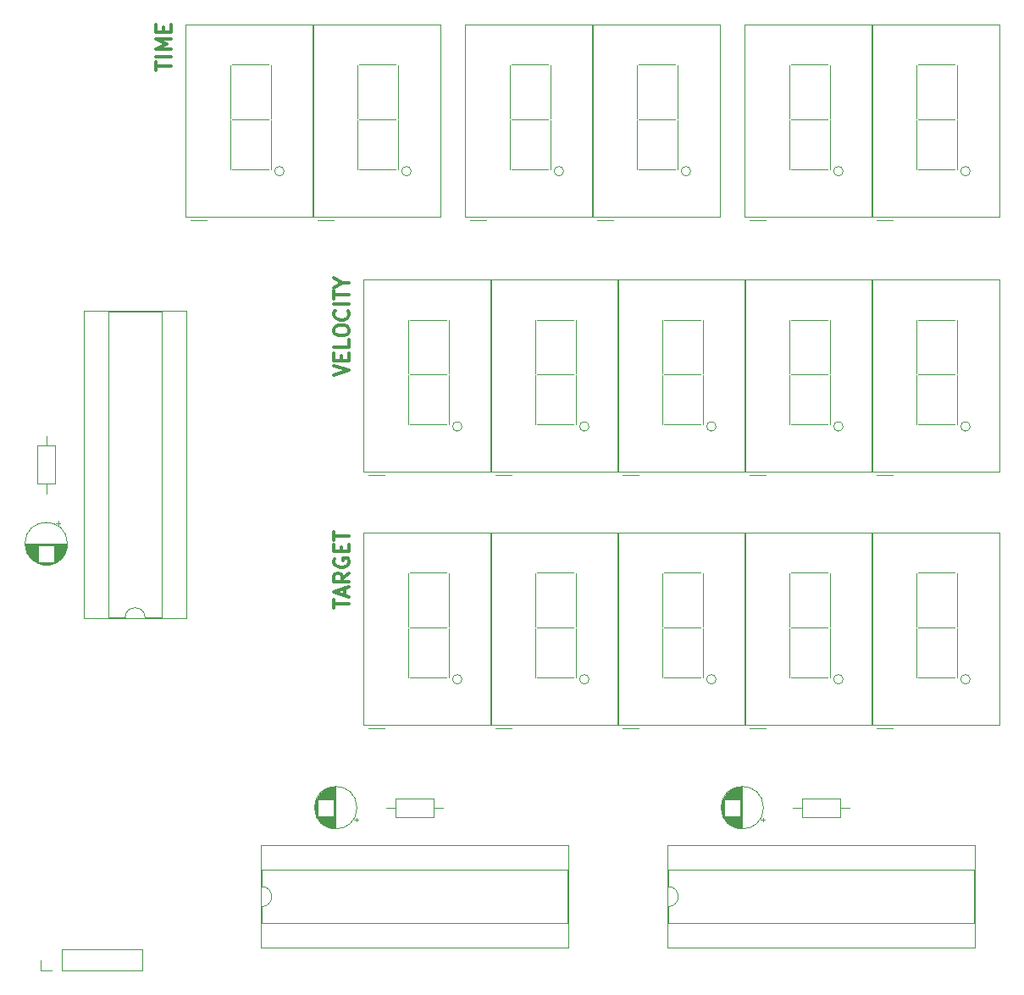
<source format=gto>
%TF.GenerationSoftware,KiCad,Pcbnew,7.0.8*%
%TF.CreationDate,2023-10-10T01:09:48-07:00*%
%TF.ProjectId,htpm_control_numericals,6874706d-5f63-46f6-9e74-726f6c5f6e75,1*%
%TF.SameCoordinates,Original*%
%TF.FileFunction,Legend,Top*%
%TF.FilePolarity,Positive*%
%FSLAX46Y46*%
G04 Gerber Fmt 4.6, Leading zero omitted, Abs format (unit mm)*
G04 Created by KiCad (PCBNEW 7.0.8) date 2023-10-10 01:09:48*
%MOMM*%
%LPD*%
G01*
G04 APERTURE LIST*
%ADD10C,0.300000*%
%ADD11C,0.120000*%
G04 APERTURE END LIST*
D10*
X126570828Y-101963081D02*
X126570828Y-101105939D01*
X128070828Y-101534510D02*
X126570828Y-101534510D01*
X127642257Y-100677367D02*
X127642257Y-99963082D01*
X128070828Y-100820224D02*
X126570828Y-100320224D01*
X126570828Y-100320224D02*
X128070828Y-99820224D01*
X128070828Y-98463082D02*
X127356542Y-98963082D01*
X128070828Y-99320225D02*
X126570828Y-99320225D01*
X126570828Y-99320225D02*
X126570828Y-98748796D01*
X126570828Y-98748796D02*
X126642257Y-98605939D01*
X126642257Y-98605939D02*
X126713685Y-98534510D01*
X126713685Y-98534510D02*
X126856542Y-98463082D01*
X126856542Y-98463082D02*
X127070828Y-98463082D01*
X127070828Y-98463082D02*
X127213685Y-98534510D01*
X127213685Y-98534510D02*
X127285114Y-98605939D01*
X127285114Y-98605939D02*
X127356542Y-98748796D01*
X127356542Y-98748796D02*
X127356542Y-99320225D01*
X126642257Y-97034510D02*
X126570828Y-97177368D01*
X126570828Y-97177368D02*
X126570828Y-97391653D01*
X126570828Y-97391653D02*
X126642257Y-97605939D01*
X126642257Y-97605939D02*
X126785114Y-97748796D01*
X126785114Y-97748796D02*
X126927971Y-97820225D01*
X126927971Y-97820225D02*
X127213685Y-97891653D01*
X127213685Y-97891653D02*
X127427971Y-97891653D01*
X127427971Y-97891653D02*
X127713685Y-97820225D01*
X127713685Y-97820225D02*
X127856542Y-97748796D01*
X127856542Y-97748796D02*
X127999400Y-97605939D01*
X127999400Y-97605939D02*
X128070828Y-97391653D01*
X128070828Y-97391653D02*
X128070828Y-97248796D01*
X128070828Y-97248796D02*
X127999400Y-97034510D01*
X127999400Y-97034510D02*
X127927971Y-96963082D01*
X127927971Y-96963082D02*
X127427971Y-96963082D01*
X127427971Y-96963082D02*
X127427971Y-97248796D01*
X127285114Y-96320225D02*
X127285114Y-95820225D01*
X128070828Y-95605939D02*
X128070828Y-96320225D01*
X128070828Y-96320225D02*
X126570828Y-96320225D01*
X126570828Y-96320225D02*
X126570828Y-95605939D01*
X126570828Y-95177367D02*
X126570828Y-94320225D01*
X128070828Y-94748796D02*
X126570828Y-94748796D01*
X126570828Y-78705939D02*
X128070828Y-78205939D01*
X128070828Y-78205939D02*
X126570828Y-77705939D01*
X127285114Y-77205940D02*
X127285114Y-76705940D01*
X128070828Y-76491654D02*
X128070828Y-77205940D01*
X128070828Y-77205940D02*
X126570828Y-77205940D01*
X126570828Y-77205940D02*
X126570828Y-76491654D01*
X128070828Y-75134511D02*
X128070828Y-75848797D01*
X128070828Y-75848797D02*
X126570828Y-75848797D01*
X126570828Y-74348796D02*
X126570828Y-74063082D01*
X126570828Y-74063082D02*
X126642257Y-73920225D01*
X126642257Y-73920225D02*
X126785114Y-73777368D01*
X126785114Y-73777368D02*
X127070828Y-73705939D01*
X127070828Y-73705939D02*
X127570828Y-73705939D01*
X127570828Y-73705939D02*
X127856542Y-73777368D01*
X127856542Y-73777368D02*
X127999400Y-73920225D01*
X127999400Y-73920225D02*
X128070828Y-74063082D01*
X128070828Y-74063082D02*
X128070828Y-74348796D01*
X128070828Y-74348796D02*
X127999400Y-74491654D01*
X127999400Y-74491654D02*
X127856542Y-74634511D01*
X127856542Y-74634511D02*
X127570828Y-74705939D01*
X127570828Y-74705939D02*
X127070828Y-74705939D01*
X127070828Y-74705939D02*
X126785114Y-74634511D01*
X126785114Y-74634511D02*
X126642257Y-74491654D01*
X126642257Y-74491654D02*
X126570828Y-74348796D01*
X127927971Y-72205939D02*
X127999400Y-72277367D01*
X127999400Y-72277367D02*
X128070828Y-72491653D01*
X128070828Y-72491653D02*
X128070828Y-72634510D01*
X128070828Y-72634510D02*
X127999400Y-72848796D01*
X127999400Y-72848796D02*
X127856542Y-72991653D01*
X127856542Y-72991653D02*
X127713685Y-73063082D01*
X127713685Y-73063082D02*
X127427971Y-73134510D01*
X127427971Y-73134510D02*
X127213685Y-73134510D01*
X127213685Y-73134510D02*
X126927971Y-73063082D01*
X126927971Y-73063082D02*
X126785114Y-72991653D01*
X126785114Y-72991653D02*
X126642257Y-72848796D01*
X126642257Y-72848796D02*
X126570828Y-72634510D01*
X126570828Y-72634510D02*
X126570828Y-72491653D01*
X126570828Y-72491653D02*
X126642257Y-72277367D01*
X126642257Y-72277367D02*
X126713685Y-72205939D01*
X128070828Y-71563082D02*
X126570828Y-71563082D01*
X126570828Y-71063081D02*
X126570828Y-70205939D01*
X128070828Y-70634510D02*
X126570828Y-70634510D01*
X127356542Y-69420224D02*
X128070828Y-69420224D01*
X126570828Y-69920224D02*
X127356542Y-69420224D01*
X127356542Y-69420224D02*
X126570828Y-68920224D01*
X108790828Y-48163082D02*
X108790828Y-47305940D01*
X110290828Y-47734511D02*
X108790828Y-47734511D01*
X110290828Y-46805940D02*
X108790828Y-46805940D01*
X110290828Y-46091654D02*
X108790828Y-46091654D01*
X108790828Y-46091654D02*
X109862257Y-45591654D01*
X109862257Y-45591654D02*
X108790828Y-45091654D01*
X108790828Y-45091654D02*
X110290828Y-45091654D01*
X109505114Y-44377368D02*
X109505114Y-43877368D01*
X110290828Y-43663082D02*
X110290828Y-44377368D01*
X110290828Y-44377368D02*
X108790828Y-44377368D01*
X108790828Y-44377368D02*
X108790828Y-43663082D01*
D11*
%TO.C,U12*%
X180810000Y-88700000D02*
X182420000Y-88700000D01*
X180330000Y-88350000D02*
X193050000Y-88350000D01*
X184947200Y-83616200D02*
X188630200Y-83616200D01*
X184769400Y-78714000D02*
X184769400Y-83616200D01*
X188808000Y-78714000D02*
X188808000Y-83616200D01*
X184947200Y-78612400D02*
X188630200Y-78612400D01*
X184769400Y-73176800D02*
X184769400Y-78536200D01*
X188808000Y-73176800D02*
X188808000Y-78536200D01*
X184947200Y-73151400D02*
X188630200Y-73151400D01*
X180330000Y-69130000D02*
X180330000Y-88350000D01*
X180330000Y-69130000D02*
X193050000Y-69130000D01*
X193050000Y-69130000D02*
X193050000Y-88350000D01*
X190152467Y-83802467D02*
G75*
G03*
X190152467Y-83802467I-472467J0D01*
G01*
%TO.C,U14*%
X180810000Y-113977500D02*
X182420000Y-113977500D01*
X180330000Y-113627500D02*
X193050000Y-113627500D01*
X184947200Y-108893700D02*
X188630200Y-108893700D01*
X184769400Y-103991500D02*
X184769400Y-108893700D01*
X188808000Y-103991500D02*
X188808000Y-108893700D01*
X184947200Y-103889900D02*
X188630200Y-103889900D01*
X184769400Y-98454300D02*
X184769400Y-103813700D01*
X188808000Y-98454300D02*
X188808000Y-103813700D01*
X184947200Y-98428900D02*
X188630200Y-98428900D01*
X180330000Y-94407500D02*
X180330000Y-113627500D01*
X180330000Y-94407500D02*
X193050000Y-94407500D01*
X193050000Y-94407500D02*
X193050000Y-113627500D01*
X190152467Y-109079967D02*
G75*
G03*
X190152467Y-109079967I-472467J0D01*
G01*
%TO.C,U16*%
X155410000Y-113977500D02*
X157020000Y-113977500D01*
X154930000Y-113627500D02*
X167650000Y-113627500D01*
X159547200Y-108893700D02*
X163230200Y-108893700D01*
X159369400Y-103991500D02*
X159369400Y-108893700D01*
X163408000Y-103991500D02*
X163408000Y-108893700D01*
X159547200Y-103889900D02*
X163230200Y-103889900D01*
X159369400Y-98454300D02*
X159369400Y-103813700D01*
X163408000Y-98454300D02*
X163408000Y-103813700D01*
X159547200Y-98428900D02*
X163230200Y-98428900D01*
X154930000Y-94407500D02*
X154930000Y-113627500D01*
X154930000Y-94407500D02*
X167650000Y-94407500D01*
X167650000Y-94407500D02*
X167650000Y-113627500D01*
X164752467Y-109079967D02*
G75*
G03*
X164752467Y-109079967I-472467J0D01*
G01*
%TO.C,U11*%
X168110000Y-88700000D02*
X169720000Y-88700000D01*
X167630000Y-88350000D02*
X180350000Y-88350000D01*
X172247200Y-83616200D02*
X175930200Y-83616200D01*
X172069400Y-78714000D02*
X172069400Y-83616200D01*
X176108000Y-78714000D02*
X176108000Y-83616200D01*
X172247200Y-78612400D02*
X175930200Y-78612400D01*
X172069400Y-73176800D02*
X172069400Y-78536200D01*
X176108000Y-73176800D02*
X176108000Y-78536200D01*
X172247200Y-73151400D02*
X175930200Y-73151400D01*
X167630000Y-69130000D02*
X167630000Y-88350000D01*
X167630000Y-69130000D02*
X180350000Y-69130000D01*
X180350000Y-69130000D02*
X180350000Y-88350000D01*
X177452467Y-83802467D02*
G75*
G03*
X177452467Y-83802467I-472467J0D01*
G01*
%TO.C,U17*%
X142710000Y-113977500D02*
X144320000Y-113977500D01*
X142230000Y-113627500D02*
X154950000Y-113627500D01*
X146847200Y-108893700D02*
X150530200Y-108893700D01*
X146669400Y-103991500D02*
X146669400Y-108893700D01*
X150708000Y-103991500D02*
X150708000Y-108893700D01*
X146847200Y-103889900D02*
X150530200Y-103889900D01*
X146669400Y-98454300D02*
X146669400Y-103813700D01*
X150708000Y-98454300D02*
X150708000Y-103813700D01*
X146847200Y-98428900D02*
X150530200Y-98428900D01*
X142230000Y-94407500D02*
X142230000Y-113627500D01*
X142230000Y-94407500D02*
X154950000Y-94407500D01*
X154950000Y-94407500D02*
X154950000Y-113627500D01*
X152052467Y-109079967D02*
G75*
G03*
X152052467Y-109079967I-472467J0D01*
G01*
%TO.C,R2*%
X131750000Y-121920000D02*
X132700000Y-121920000D01*
X132700000Y-121000000D02*
X132700000Y-122840000D01*
X132700000Y-122840000D02*
X136540000Y-122840000D01*
X136540000Y-121000000D02*
X132700000Y-121000000D01*
X136540000Y-122840000D02*
X136540000Y-121000000D01*
X137490000Y-121920000D02*
X136540000Y-121920000D01*
%TO.C,R3*%
X172390000Y-121920000D02*
X173340000Y-121920000D01*
X173340000Y-121000000D02*
X173340000Y-122840000D01*
X173340000Y-122840000D02*
X177180000Y-122840000D01*
X177180000Y-121000000D02*
X173340000Y-121000000D01*
X177180000Y-122840000D02*
X177180000Y-121000000D01*
X178130000Y-121920000D02*
X177180000Y-121920000D01*
%TO.C,U13*%
X119260000Y-135950000D02*
X149980000Y-135950000D01*
X149980000Y-135950000D02*
X149980000Y-125670000D01*
X119320000Y-133460000D02*
X149920000Y-133460000D01*
X149920000Y-133460000D02*
X149920000Y-128160000D01*
X119320000Y-131810000D02*
X119320000Y-133460000D01*
X119320000Y-128160000D02*
X119320000Y-129810000D01*
X149920000Y-128160000D02*
X119320000Y-128160000D01*
X119260000Y-125670000D02*
X119260000Y-135950000D01*
X149980000Y-125670000D02*
X119260000Y-125670000D01*
X119320000Y-131810000D02*
G75*
G03*
X119320000Y-129810000I0J1000000D01*
G01*
%TO.C,U1*%
X107680000Y-102930000D02*
G75*
G03*
X105680000Y-102930000I-1000000J0D01*
G01*
X101540000Y-72270000D02*
X101540000Y-102990000D01*
X101540000Y-102990000D02*
X111820000Y-102990000D01*
X104030000Y-72330000D02*
X104030000Y-102930000D01*
X104030000Y-102930000D02*
X105680000Y-102930000D01*
X107680000Y-102930000D02*
X109330000Y-102930000D01*
X109330000Y-72330000D02*
X104030000Y-72330000D01*
X109330000Y-102930000D02*
X109330000Y-72330000D01*
X111820000Y-72270000D02*
X101540000Y-72270000D01*
X111820000Y-102990000D02*
X111820000Y-72270000D01*
%TO.C,R1*%
X97790000Y-84760000D02*
X97790000Y-85710000D01*
X98710000Y-85710000D02*
X96870000Y-85710000D01*
X96870000Y-85710000D02*
X96870000Y-89550000D01*
X98710000Y-89550000D02*
X98710000Y-85710000D01*
X96870000Y-89550000D02*
X98710000Y-89550000D01*
X97790000Y-90500000D02*
X97790000Y-89550000D01*
%TO.C,U5*%
X152870000Y-63177500D02*
X154480000Y-63177500D01*
X152390000Y-62827500D02*
X165110000Y-62827500D01*
X157007200Y-58093700D02*
X160690200Y-58093700D01*
X156829400Y-53191500D02*
X156829400Y-58093700D01*
X160868000Y-53191500D02*
X160868000Y-58093700D01*
X157007200Y-53089900D02*
X160690200Y-53089900D01*
X156829400Y-47654300D02*
X156829400Y-53013700D01*
X160868000Y-47654300D02*
X160868000Y-53013700D01*
X157007200Y-47628900D02*
X160690200Y-47628900D01*
X152390000Y-43607500D02*
X152390000Y-62827500D01*
X152390000Y-43607500D02*
X165110000Y-43607500D01*
X165110000Y-43607500D02*
X165110000Y-62827500D01*
X162212467Y-58279967D02*
G75*
G03*
X162212467Y-58279967I-472467J0D01*
G01*
%TO.C,U19*%
X130010000Y-113977500D02*
X131620000Y-113977500D01*
X129530000Y-113627500D02*
X142250000Y-113627500D01*
X134147200Y-108893700D02*
X137830200Y-108893700D01*
X133969400Y-103991500D02*
X133969400Y-108893700D01*
X138008000Y-103991500D02*
X138008000Y-108893700D01*
X134147200Y-103889900D02*
X137830200Y-103889900D01*
X133969400Y-98454300D02*
X133969400Y-103813700D01*
X138008000Y-98454300D02*
X138008000Y-103813700D01*
X134147200Y-98428900D02*
X137830200Y-98428900D01*
X129530000Y-94407500D02*
X129530000Y-113627500D01*
X129530000Y-94407500D02*
X142250000Y-94407500D01*
X142250000Y-94407500D02*
X142250000Y-113627500D01*
X139352467Y-109079967D02*
G75*
G03*
X139352467Y-109079967I-472467J0D01*
G01*
%TO.C,U18*%
X159900000Y-135950000D02*
X190620000Y-135950000D01*
X190620000Y-135950000D02*
X190620000Y-125670000D01*
X159960000Y-133460000D02*
X190560000Y-133460000D01*
X190560000Y-133460000D02*
X190560000Y-128160000D01*
X159960000Y-131810000D02*
X159960000Y-133460000D01*
X159960000Y-128160000D02*
X159960000Y-129810000D01*
X190560000Y-128160000D02*
X159960000Y-128160000D01*
X159900000Y-125670000D02*
X159900000Y-135950000D01*
X190620000Y-125670000D02*
X159900000Y-125670000D01*
X159960000Y-131810000D02*
G75*
G03*
X159960000Y-129810000I0J1000000D01*
G01*
%TO.C,U15*%
X168110000Y-113977500D02*
X169720000Y-113977500D01*
X167630000Y-113627500D02*
X180350000Y-113627500D01*
X172247200Y-108893700D02*
X175930200Y-108893700D01*
X172069400Y-103991500D02*
X172069400Y-108893700D01*
X176108000Y-103991500D02*
X176108000Y-108893700D01*
X172247200Y-103889900D02*
X175930200Y-103889900D01*
X172069400Y-98454300D02*
X172069400Y-103813700D01*
X176108000Y-98454300D02*
X176108000Y-103813700D01*
X172247200Y-98428900D02*
X175930200Y-98428900D01*
X167630000Y-94407500D02*
X167630000Y-113627500D01*
X167630000Y-94407500D02*
X180350000Y-94407500D01*
X180350000Y-94407500D02*
X180350000Y-113627500D01*
X177452467Y-109079967D02*
G75*
G03*
X177452467Y-109079967I-472467J0D01*
G01*
%TO.C,U9*%
X142710000Y-88700000D02*
X144320000Y-88700000D01*
X142230000Y-88350000D02*
X154950000Y-88350000D01*
X146847200Y-83616200D02*
X150530200Y-83616200D01*
X146669400Y-78714000D02*
X146669400Y-83616200D01*
X150708000Y-78714000D02*
X150708000Y-83616200D01*
X146847200Y-78612400D02*
X150530200Y-78612400D01*
X146669400Y-73176800D02*
X146669400Y-78536200D01*
X150708000Y-73176800D02*
X150708000Y-78536200D01*
X146847200Y-73151400D02*
X150530200Y-73151400D01*
X142230000Y-69130000D02*
X142230000Y-88350000D01*
X142230000Y-69130000D02*
X154950000Y-69130000D01*
X154950000Y-69130000D02*
X154950000Y-88350000D01*
X152052467Y-83802467D02*
G75*
G03*
X152052467Y-83802467I-472467J0D01*
G01*
%TO.C,U6*%
X168110000Y-63177500D02*
X169720000Y-63177500D01*
X167630000Y-62827500D02*
X180350000Y-62827500D01*
X172247200Y-58093700D02*
X175930200Y-58093700D01*
X172069400Y-53191500D02*
X172069400Y-58093700D01*
X176108000Y-53191500D02*
X176108000Y-58093700D01*
X172247200Y-53089900D02*
X175930200Y-53089900D01*
X172069400Y-47654300D02*
X172069400Y-53013700D01*
X176108000Y-47654300D02*
X176108000Y-53013700D01*
X172247200Y-47628900D02*
X175930200Y-47628900D01*
X167630000Y-43607500D02*
X167630000Y-62827500D01*
X167630000Y-43607500D02*
X180350000Y-43607500D01*
X180350000Y-43607500D02*
X180350000Y-62827500D01*
X177452467Y-58279967D02*
G75*
G03*
X177452467Y-58279967I-472467J0D01*
G01*
%TO.C,U8*%
X130010000Y-88700000D02*
X131620000Y-88700000D01*
X129530000Y-88350000D02*
X142250000Y-88350000D01*
X134147200Y-83616200D02*
X137830200Y-83616200D01*
X133969400Y-78714000D02*
X133969400Y-83616200D01*
X138008000Y-78714000D02*
X138008000Y-83616200D01*
X134147200Y-78612400D02*
X137830200Y-78612400D01*
X133969400Y-73176800D02*
X133969400Y-78536200D01*
X138008000Y-73176800D02*
X138008000Y-78536200D01*
X134147200Y-73151400D02*
X137830200Y-73151400D01*
X129530000Y-69130000D02*
X129530000Y-88350000D01*
X129530000Y-69130000D02*
X142250000Y-69130000D01*
X142250000Y-69130000D02*
X142250000Y-88350000D01*
X139352467Y-83802467D02*
G75*
G03*
X139352467Y-83802467I-472467J0D01*
G01*
%TO.C,J1*%
X97270000Y-138220000D02*
X97270000Y-137160000D01*
X98330000Y-138220000D02*
X97270000Y-138220000D01*
X99330000Y-138220000D02*
X107390000Y-138220000D01*
X99330000Y-138220000D02*
X99330000Y-136100000D01*
X107390000Y-138220000D02*
X107390000Y-136100000D01*
X99330000Y-136100000D02*
X107390000Y-136100000D01*
%TO.C,U10*%
X155410000Y-88700000D02*
X157020000Y-88700000D01*
X154930000Y-88350000D02*
X167650000Y-88350000D01*
X159547200Y-83616200D02*
X163230200Y-83616200D01*
X159369400Y-78714000D02*
X159369400Y-83616200D01*
X163408000Y-78714000D02*
X163408000Y-83616200D01*
X159547200Y-78612400D02*
X163230200Y-78612400D01*
X159369400Y-73176800D02*
X159369400Y-78536200D01*
X163408000Y-73176800D02*
X163408000Y-78536200D01*
X159547200Y-73151400D02*
X163230200Y-73151400D01*
X154930000Y-69130000D02*
X154930000Y-88350000D01*
X154930000Y-69130000D02*
X167650000Y-69130000D01*
X167650000Y-69130000D02*
X167650000Y-88350000D01*
X164752467Y-83802467D02*
G75*
G03*
X164752467Y-83802467I-472467J0D01*
G01*
%TO.C,U2*%
X112230000Y-63177500D02*
X113840000Y-63177500D01*
X111750000Y-62827500D02*
X124470000Y-62827500D01*
X116367200Y-58093700D02*
X120050200Y-58093700D01*
X116189400Y-53191500D02*
X116189400Y-58093700D01*
X120228000Y-53191500D02*
X120228000Y-58093700D01*
X116367200Y-53089900D02*
X120050200Y-53089900D01*
X116189400Y-47654300D02*
X116189400Y-53013700D01*
X120228000Y-47654300D02*
X120228000Y-53013700D01*
X116367200Y-47628900D02*
X120050200Y-47628900D01*
X111750000Y-43607500D02*
X111750000Y-62827500D01*
X111750000Y-43607500D02*
X124470000Y-43607500D01*
X124470000Y-43607500D02*
X124470000Y-62827500D01*
X121572467Y-58279967D02*
G75*
G03*
X121572467Y-58279967I-472467J0D01*
G01*
%TO.C,U4*%
X140170000Y-63177500D02*
X141780000Y-63177500D01*
X139690000Y-62827500D02*
X152410000Y-62827500D01*
X144307200Y-58093700D02*
X147990200Y-58093700D01*
X144129400Y-53191500D02*
X144129400Y-58093700D01*
X148168000Y-53191500D02*
X148168000Y-58093700D01*
X144307200Y-53089900D02*
X147990200Y-53089900D01*
X144129400Y-47654300D02*
X144129400Y-53013700D01*
X148168000Y-47654300D02*
X148168000Y-53013700D01*
X144307200Y-47628900D02*
X147990200Y-47628900D01*
X139690000Y-43607500D02*
X139690000Y-62827500D01*
X139690000Y-43607500D02*
X152410000Y-43607500D01*
X152410000Y-43607500D02*
X152410000Y-62827500D01*
X149512467Y-58279967D02*
G75*
G03*
X149512467Y-58279967I-472467J0D01*
G01*
%TO.C,C2*%
X128999801Y-123115000D02*
X128599801Y-123115000D01*
X128799801Y-123315000D02*
X128799801Y-122915000D01*
X126730000Y-124000000D02*
X126730000Y-119840000D01*
X126690000Y-124000000D02*
X126690000Y-119840000D01*
X126650000Y-123999000D02*
X126650000Y-119841000D01*
X126610000Y-123997000D02*
X126610000Y-119843000D01*
X126570000Y-123994000D02*
X126570000Y-119846000D01*
X126530000Y-123991000D02*
X126530000Y-122760000D01*
X126530000Y-121080000D02*
X126530000Y-119849000D01*
X126490000Y-123987000D02*
X126490000Y-122760000D01*
X126490000Y-121080000D02*
X126490000Y-119853000D01*
X126450000Y-123982000D02*
X126450000Y-122760000D01*
X126450000Y-121080000D02*
X126450000Y-119858000D01*
X126410000Y-123976000D02*
X126410000Y-122760000D01*
X126410000Y-121080000D02*
X126410000Y-119864000D01*
X126370000Y-123970000D02*
X126370000Y-122760000D01*
X126370000Y-121080000D02*
X126370000Y-119870000D01*
X126330000Y-123962000D02*
X126330000Y-122760000D01*
X126330000Y-121080000D02*
X126330000Y-119878000D01*
X126290000Y-123954000D02*
X126290000Y-122760000D01*
X126290000Y-121080000D02*
X126290000Y-119886000D01*
X126250000Y-123945000D02*
X126250000Y-122760000D01*
X126250000Y-121080000D02*
X126250000Y-119895000D01*
X126210000Y-123936000D02*
X126210000Y-122760000D01*
X126210000Y-121080000D02*
X126210000Y-119904000D01*
X126170000Y-123925000D02*
X126170000Y-122760000D01*
X126170000Y-121080000D02*
X126170000Y-119915000D01*
X126130000Y-123914000D02*
X126130000Y-122760000D01*
X126130000Y-121080000D02*
X126130000Y-119926000D01*
X126090000Y-123902000D02*
X126090000Y-122760000D01*
X126090000Y-121080000D02*
X126090000Y-119938000D01*
X126050000Y-123888000D02*
X126050000Y-122760000D01*
X126050000Y-121080000D02*
X126050000Y-119952000D01*
X126009000Y-123874000D02*
X126009000Y-122760000D01*
X126009000Y-121080000D02*
X126009000Y-119966000D01*
X125969000Y-123860000D02*
X125969000Y-122760000D01*
X125969000Y-121080000D02*
X125969000Y-119980000D01*
X125929000Y-123844000D02*
X125929000Y-122760000D01*
X125929000Y-121080000D02*
X125929000Y-119996000D01*
X125889000Y-123827000D02*
X125889000Y-122760000D01*
X125889000Y-121080000D02*
X125889000Y-120013000D01*
X125849000Y-123809000D02*
X125849000Y-122760000D01*
X125849000Y-121080000D02*
X125849000Y-120031000D01*
X125809000Y-123790000D02*
X125809000Y-122760000D01*
X125809000Y-121080000D02*
X125809000Y-120050000D01*
X125769000Y-123771000D02*
X125769000Y-122760000D01*
X125769000Y-121080000D02*
X125769000Y-120069000D01*
X125729000Y-123750000D02*
X125729000Y-122760000D01*
X125729000Y-121080000D02*
X125729000Y-120090000D01*
X125689000Y-123728000D02*
X125689000Y-122760000D01*
X125689000Y-121080000D02*
X125689000Y-120112000D01*
X125649000Y-123705000D02*
X125649000Y-122760000D01*
X125649000Y-121080000D02*
X125649000Y-120135000D01*
X125609000Y-123680000D02*
X125609000Y-122760000D01*
X125609000Y-121080000D02*
X125609000Y-120160000D01*
X125569000Y-123655000D02*
X125569000Y-122760000D01*
X125569000Y-121080000D02*
X125569000Y-120185000D01*
X125529000Y-123628000D02*
X125529000Y-122760000D01*
X125529000Y-121080000D02*
X125529000Y-120212000D01*
X125489000Y-123600000D02*
X125489000Y-122760000D01*
X125489000Y-121080000D02*
X125489000Y-120240000D01*
X125449000Y-123570000D02*
X125449000Y-122760000D01*
X125449000Y-121080000D02*
X125449000Y-120270000D01*
X125409000Y-123539000D02*
X125409000Y-122760000D01*
X125409000Y-121080000D02*
X125409000Y-120301000D01*
X125369000Y-123507000D02*
X125369000Y-122760000D01*
X125369000Y-121080000D02*
X125369000Y-120333000D01*
X125329000Y-123472000D02*
X125329000Y-122760000D01*
X125329000Y-121080000D02*
X125329000Y-120368000D01*
X125289000Y-123436000D02*
X125289000Y-122760000D01*
X125289000Y-121080000D02*
X125289000Y-120404000D01*
X125249000Y-123398000D02*
X125249000Y-122760000D01*
X125249000Y-121080000D02*
X125249000Y-120442000D01*
X125209000Y-123358000D02*
X125209000Y-122760000D01*
X125209000Y-121080000D02*
X125209000Y-120482000D01*
X125169000Y-123316000D02*
X125169000Y-122760000D01*
X125169000Y-121080000D02*
X125169000Y-120524000D01*
X125129000Y-123271000D02*
X125129000Y-122760000D01*
X125129000Y-121080000D02*
X125129000Y-120569000D01*
X125089000Y-123224000D02*
X125089000Y-122760000D01*
X125089000Y-121080000D02*
X125089000Y-120616000D01*
X125049000Y-123174000D02*
X125049000Y-122760000D01*
X125049000Y-121080000D02*
X125049000Y-120666000D01*
X125009000Y-123120000D02*
X125009000Y-122760000D01*
X125009000Y-121080000D02*
X125009000Y-120720000D01*
X124969000Y-123062000D02*
X124969000Y-122760000D01*
X124969000Y-121080000D02*
X124969000Y-120778000D01*
X124929000Y-123000000D02*
X124929000Y-122760000D01*
X124929000Y-121080000D02*
X124929000Y-120840000D01*
X124889000Y-122933000D02*
X124889000Y-120907000D01*
X124849000Y-122860000D02*
X124849000Y-120980000D01*
X124809000Y-122779000D02*
X124809000Y-121061000D01*
X124769000Y-122688000D02*
X124769000Y-121152000D01*
X124729000Y-122584000D02*
X124729000Y-121256000D01*
X124689000Y-122457000D02*
X124689000Y-121383000D01*
X124649000Y-122290000D02*
X124649000Y-121550000D01*
X128850000Y-121920000D02*
G75*
G03*
X128850000Y-121920000I-2120000J0D01*
G01*
%TO.C,C3*%
X169639801Y-123115000D02*
X169239801Y-123115000D01*
X169439801Y-123315000D02*
X169439801Y-122915000D01*
X167370000Y-124000000D02*
X167370000Y-119840000D01*
X167330000Y-124000000D02*
X167330000Y-119840000D01*
X167290000Y-123999000D02*
X167290000Y-119841000D01*
X167250000Y-123997000D02*
X167250000Y-119843000D01*
X167210000Y-123994000D02*
X167210000Y-119846000D01*
X167170000Y-123991000D02*
X167170000Y-122760000D01*
X167170000Y-121080000D02*
X167170000Y-119849000D01*
X167130000Y-123987000D02*
X167130000Y-122760000D01*
X167130000Y-121080000D02*
X167130000Y-119853000D01*
X167090000Y-123982000D02*
X167090000Y-122760000D01*
X167090000Y-121080000D02*
X167090000Y-119858000D01*
X167050000Y-123976000D02*
X167050000Y-122760000D01*
X167050000Y-121080000D02*
X167050000Y-119864000D01*
X167010000Y-123970000D02*
X167010000Y-122760000D01*
X167010000Y-121080000D02*
X167010000Y-119870000D01*
X166970000Y-123962000D02*
X166970000Y-122760000D01*
X166970000Y-121080000D02*
X166970000Y-119878000D01*
X166930000Y-123954000D02*
X166930000Y-122760000D01*
X166930000Y-121080000D02*
X166930000Y-119886000D01*
X166890000Y-123945000D02*
X166890000Y-122760000D01*
X166890000Y-121080000D02*
X166890000Y-119895000D01*
X166850000Y-123936000D02*
X166850000Y-122760000D01*
X166850000Y-121080000D02*
X166850000Y-119904000D01*
X166810000Y-123925000D02*
X166810000Y-122760000D01*
X166810000Y-121080000D02*
X166810000Y-119915000D01*
X166770000Y-123914000D02*
X166770000Y-122760000D01*
X166770000Y-121080000D02*
X166770000Y-119926000D01*
X166730000Y-123902000D02*
X166730000Y-122760000D01*
X166730000Y-121080000D02*
X166730000Y-119938000D01*
X166690000Y-123888000D02*
X166690000Y-122760000D01*
X166690000Y-121080000D02*
X166690000Y-119952000D01*
X166649000Y-123874000D02*
X166649000Y-122760000D01*
X166649000Y-121080000D02*
X166649000Y-119966000D01*
X166609000Y-123860000D02*
X166609000Y-122760000D01*
X166609000Y-121080000D02*
X166609000Y-119980000D01*
X166569000Y-123844000D02*
X166569000Y-122760000D01*
X166569000Y-121080000D02*
X166569000Y-119996000D01*
X166529000Y-123827000D02*
X166529000Y-122760000D01*
X166529000Y-121080000D02*
X166529000Y-120013000D01*
X166489000Y-123809000D02*
X166489000Y-122760000D01*
X166489000Y-121080000D02*
X166489000Y-120031000D01*
X166449000Y-123790000D02*
X166449000Y-122760000D01*
X166449000Y-121080000D02*
X166449000Y-120050000D01*
X166409000Y-123771000D02*
X166409000Y-122760000D01*
X166409000Y-121080000D02*
X166409000Y-120069000D01*
X166369000Y-123750000D02*
X166369000Y-122760000D01*
X166369000Y-121080000D02*
X166369000Y-120090000D01*
X166329000Y-123728000D02*
X166329000Y-122760000D01*
X166329000Y-121080000D02*
X166329000Y-120112000D01*
X166289000Y-123705000D02*
X166289000Y-122760000D01*
X166289000Y-121080000D02*
X166289000Y-120135000D01*
X166249000Y-123680000D02*
X166249000Y-122760000D01*
X166249000Y-121080000D02*
X166249000Y-120160000D01*
X166209000Y-123655000D02*
X166209000Y-122760000D01*
X166209000Y-121080000D02*
X166209000Y-120185000D01*
X166169000Y-123628000D02*
X166169000Y-122760000D01*
X166169000Y-121080000D02*
X166169000Y-120212000D01*
X166129000Y-123600000D02*
X166129000Y-122760000D01*
X166129000Y-121080000D02*
X166129000Y-120240000D01*
X166089000Y-123570000D02*
X166089000Y-122760000D01*
X166089000Y-121080000D02*
X166089000Y-120270000D01*
X166049000Y-123539000D02*
X166049000Y-122760000D01*
X166049000Y-121080000D02*
X166049000Y-120301000D01*
X166009000Y-123507000D02*
X166009000Y-122760000D01*
X166009000Y-121080000D02*
X166009000Y-120333000D01*
X165969000Y-123472000D02*
X165969000Y-122760000D01*
X165969000Y-121080000D02*
X165969000Y-120368000D01*
X165929000Y-123436000D02*
X165929000Y-122760000D01*
X165929000Y-121080000D02*
X165929000Y-120404000D01*
X165889000Y-123398000D02*
X165889000Y-122760000D01*
X165889000Y-121080000D02*
X165889000Y-120442000D01*
X165849000Y-123358000D02*
X165849000Y-122760000D01*
X165849000Y-121080000D02*
X165849000Y-120482000D01*
X165809000Y-123316000D02*
X165809000Y-122760000D01*
X165809000Y-121080000D02*
X165809000Y-120524000D01*
X165769000Y-123271000D02*
X165769000Y-122760000D01*
X165769000Y-121080000D02*
X165769000Y-120569000D01*
X165729000Y-123224000D02*
X165729000Y-122760000D01*
X165729000Y-121080000D02*
X165729000Y-120616000D01*
X165689000Y-123174000D02*
X165689000Y-122760000D01*
X165689000Y-121080000D02*
X165689000Y-120666000D01*
X165649000Y-123120000D02*
X165649000Y-122760000D01*
X165649000Y-121080000D02*
X165649000Y-120720000D01*
X165609000Y-123062000D02*
X165609000Y-122760000D01*
X165609000Y-121080000D02*
X165609000Y-120778000D01*
X165569000Y-123000000D02*
X165569000Y-122760000D01*
X165569000Y-121080000D02*
X165569000Y-120840000D01*
X165529000Y-122933000D02*
X165529000Y-120907000D01*
X165489000Y-122860000D02*
X165489000Y-120980000D01*
X165449000Y-122779000D02*
X165449000Y-121061000D01*
X165409000Y-122688000D02*
X165409000Y-121152000D01*
X165369000Y-122584000D02*
X165369000Y-121256000D01*
X165329000Y-122457000D02*
X165329000Y-121383000D01*
X165289000Y-122290000D02*
X165289000Y-121550000D01*
X169490000Y-121920000D02*
G75*
G03*
X169490000Y-121920000I-2120000J0D01*
G01*
%TO.C,U7*%
X180810000Y-63177500D02*
X182420000Y-63177500D01*
X180330000Y-62827500D02*
X193050000Y-62827500D01*
X184947200Y-58093700D02*
X188630200Y-58093700D01*
X184769400Y-53191500D02*
X184769400Y-58093700D01*
X188808000Y-53191500D02*
X188808000Y-58093700D01*
X184947200Y-53089900D02*
X188630200Y-53089900D01*
X184769400Y-47654300D02*
X184769400Y-53013700D01*
X188808000Y-47654300D02*
X188808000Y-53013700D01*
X184947200Y-47628900D02*
X188630200Y-47628900D01*
X180330000Y-43607500D02*
X180330000Y-62827500D01*
X180330000Y-43607500D02*
X193050000Y-43607500D01*
X193050000Y-43607500D02*
X193050000Y-62827500D01*
X190152467Y-58279967D02*
G75*
G03*
X190152467Y-58279967I-472467J0D01*
G01*
%TO.C,U3*%
X124930000Y-63177500D02*
X126540000Y-63177500D01*
X124450000Y-62827500D02*
X137170000Y-62827500D01*
X129067200Y-58093700D02*
X132750200Y-58093700D01*
X128889400Y-53191500D02*
X128889400Y-58093700D01*
X132928000Y-53191500D02*
X132928000Y-58093700D01*
X129067200Y-53089900D02*
X132750200Y-53089900D01*
X128889400Y-47654300D02*
X128889400Y-53013700D01*
X132928000Y-47654300D02*
X132928000Y-53013700D01*
X129067200Y-47628900D02*
X132750200Y-47628900D01*
X124450000Y-43607500D02*
X124450000Y-62827500D01*
X124450000Y-43607500D02*
X137170000Y-43607500D01*
X137170000Y-43607500D02*
X137170000Y-62827500D01*
X134272467Y-58279967D02*
G75*
G03*
X134272467Y-58279967I-472467J0D01*
G01*
%TO.C,C1*%
X99910000Y-95520000D02*
G75*
G03*
X99910000Y-95520000I-2120000J0D01*
G01*
X98160000Y-97601000D02*
X97420000Y-97601000D01*
X98327000Y-97561000D02*
X97253000Y-97561000D01*
X98454000Y-97521000D02*
X97126000Y-97521000D01*
X98558000Y-97481000D02*
X97022000Y-97481000D01*
X98649000Y-97441000D02*
X96931000Y-97441000D01*
X98730000Y-97401000D02*
X96850000Y-97401000D01*
X98803000Y-97361000D02*
X96777000Y-97361000D01*
X96950000Y-97321000D02*
X96710000Y-97321000D01*
X98870000Y-97321000D02*
X98630000Y-97321000D01*
X96950000Y-97281000D02*
X96648000Y-97281000D01*
X98932000Y-97281000D02*
X98630000Y-97281000D01*
X96950000Y-97241000D02*
X96590000Y-97241000D01*
X98990000Y-97241000D02*
X98630000Y-97241000D01*
X96950000Y-97201000D02*
X96536000Y-97201000D01*
X99044000Y-97201000D02*
X98630000Y-97201000D01*
X96950000Y-97161000D02*
X96486000Y-97161000D01*
X99094000Y-97161000D02*
X98630000Y-97161000D01*
X96950000Y-97121000D02*
X96439000Y-97121000D01*
X99141000Y-97121000D02*
X98630000Y-97121000D01*
X96950000Y-97081000D02*
X96394000Y-97081000D01*
X99186000Y-97081000D02*
X98630000Y-97081000D01*
X96950000Y-97041000D02*
X96352000Y-97041000D01*
X99228000Y-97041000D02*
X98630000Y-97041000D01*
X96950000Y-97001000D02*
X96312000Y-97001000D01*
X99268000Y-97001000D02*
X98630000Y-97001000D01*
X96950000Y-96961000D02*
X96274000Y-96961000D01*
X99306000Y-96961000D02*
X98630000Y-96961000D01*
X96950000Y-96921000D02*
X96238000Y-96921000D01*
X99342000Y-96921000D02*
X98630000Y-96921000D01*
X96950000Y-96881000D02*
X96203000Y-96881000D01*
X99377000Y-96881000D02*
X98630000Y-96881000D01*
X96950000Y-96841000D02*
X96171000Y-96841000D01*
X99409000Y-96841000D02*
X98630000Y-96841000D01*
X96950000Y-96801000D02*
X96140000Y-96801000D01*
X99440000Y-96801000D02*
X98630000Y-96801000D01*
X96950000Y-96761000D02*
X96110000Y-96761000D01*
X99470000Y-96761000D02*
X98630000Y-96761000D01*
X96950000Y-96721000D02*
X96082000Y-96721000D01*
X99498000Y-96721000D02*
X98630000Y-96721000D01*
X96950000Y-96681000D02*
X96055000Y-96681000D01*
X99525000Y-96681000D02*
X98630000Y-96681000D01*
X96950000Y-96641000D02*
X96030000Y-96641000D01*
X99550000Y-96641000D02*
X98630000Y-96641000D01*
X96950000Y-96601000D02*
X96005000Y-96601000D01*
X99575000Y-96601000D02*
X98630000Y-96601000D01*
X96950000Y-96561000D02*
X95982000Y-96561000D01*
X99598000Y-96561000D02*
X98630000Y-96561000D01*
X96950000Y-96521000D02*
X95960000Y-96521000D01*
X99620000Y-96521000D02*
X98630000Y-96521000D01*
X96950000Y-96481000D02*
X95939000Y-96481000D01*
X99641000Y-96481000D02*
X98630000Y-96481000D01*
X96950000Y-96441000D02*
X95920000Y-96441000D01*
X99660000Y-96441000D02*
X98630000Y-96441000D01*
X96950000Y-96401000D02*
X95901000Y-96401000D01*
X99679000Y-96401000D02*
X98630000Y-96401000D01*
X96950000Y-96361000D02*
X95883000Y-96361000D01*
X99697000Y-96361000D02*
X98630000Y-96361000D01*
X96950000Y-96321000D02*
X95866000Y-96321000D01*
X99714000Y-96321000D02*
X98630000Y-96321000D01*
X96950000Y-96281000D02*
X95850000Y-96281000D01*
X99730000Y-96281000D02*
X98630000Y-96281000D01*
X96950000Y-96241000D02*
X95836000Y-96241000D01*
X99744000Y-96241000D02*
X98630000Y-96241000D01*
X96950000Y-96200000D02*
X95822000Y-96200000D01*
X99758000Y-96200000D02*
X98630000Y-96200000D01*
X96950000Y-96160000D02*
X95808000Y-96160000D01*
X99772000Y-96160000D02*
X98630000Y-96160000D01*
X96950000Y-96120000D02*
X95796000Y-96120000D01*
X99784000Y-96120000D02*
X98630000Y-96120000D01*
X96950000Y-96080000D02*
X95785000Y-96080000D01*
X99795000Y-96080000D02*
X98630000Y-96080000D01*
X96950000Y-96040000D02*
X95774000Y-96040000D01*
X99806000Y-96040000D02*
X98630000Y-96040000D01*
X96950000Y-96000000D02*
X95765000Y-96000000D01*
X99815000Y-96000000D02*
X98630000Y-96000000D01*
X96950000Y-95960000D02*
X95756000Y-95960000D01*
X99824000Y-95960000D02*
X98630000Y-95960000D01*
X96950000Y-95920000D02*
X95748000Y-95920000D01*
X99832000Y-95920000D02*
X98630000Y-95920000D01*
X96950000Y-95880000D02*
X95740000Y-95880000D01*
X99840000Y-95880000D02*
X98630000Y-95880000D01*
X96950000Y-95840000D02*
X95734000Y-95840000D01*
X99846000Y-95840000D02*
X98630000Y-95840000D01*
X96950000Y-95800000D02*
X95728000Y-95800000D01*
X99852000Y-95800000D02*
X98630000Y-95800000D01*
X96950000Y-95760000D02*
X95723000Y-95760000D01*
X99857000Y-95760000D02*
X98630000Y-95760000D01*
X96950000Y-95720000D02*
X95719000Y-95720000D01*
X99861000Y-95720000D02*
X98630000Y-95720000D01*
X99864000Y-95680000D02*
X95716000Y-95680000D01*
X99867000Y-95640000D02*
X95713000Y-95640000D01*
X99869000Y-95600000D02*
X95711000Y-95600000D01*
X99870000Y-95560000D02*
X95710000Y-95560000D01*
X99870000Y-95520000D02*
X95710000Y-95520000D01*
X99185000Y-93450199D02*
X98785000Y-93450199D01*
X98985000Y-93250199D02*
X98985000Y-93650199D01*
%TD*%
M02*

</source>
